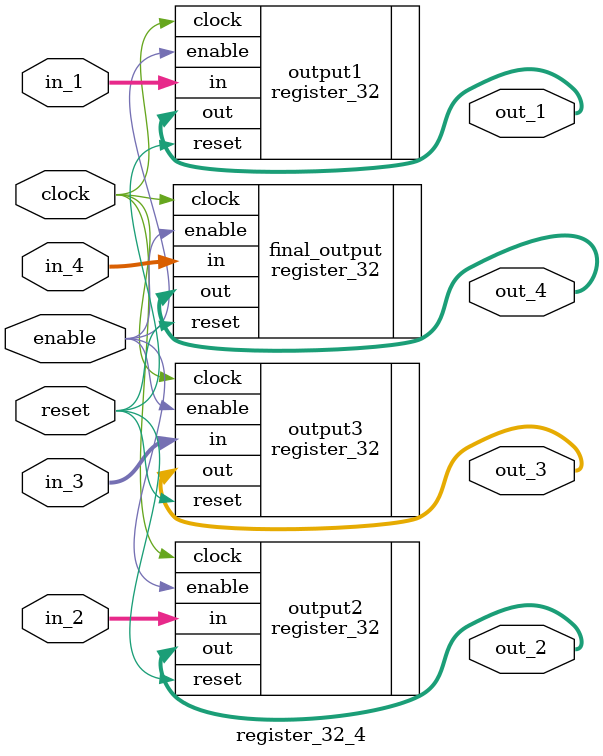
<source format=v>
module register_32_4(in_1, in_2, in_3, in_4, out_1, out_2, out_3, out_4, clock, enable, reset);
    input clock, enable, reset;
    input [31:0] in_1, in_2, in_3, in_4;
    output [31:0] out_1, out_2, out_3, out_4;

    register_32 output1(.in(in_1), .out(out_1), .clock(clock), .reset(reset), .enable(enable));
    register_32 output2(.in(in_2), .out(out_2), .clock(clock), .reset(reset), .enable(enable));
    register_32 output3(.in(in_3), .out(out_3), .clock(clock), .reset(reset), .enable(enable));
    register_32 final_output(.in(in_4), .out(out_4), .clock(clock), .reset(reset), .enable(enable));
endmodule
</source>
